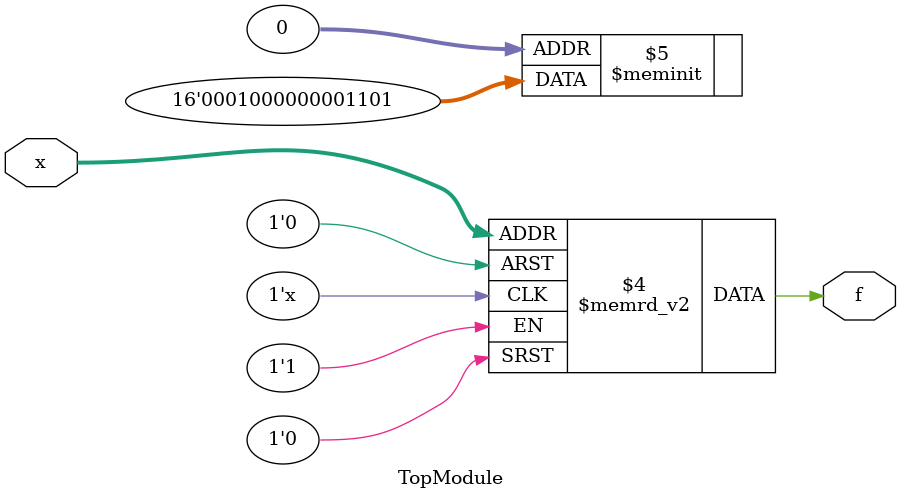
<source format=sv>

module TopModule (
    input [3:0] x,
    output reg f
);

always @* begin
    case(x)
        4'b0000: f = 1;
        4'b0001: f = 0;
        4'b0011: f = 1;
        4'b0010: f = 1;
        4'b1110: f = 0;
        4'b1111: f = 0;
        4'b1101: f = 0;
        4'b1100: f = 1;
        default: f = 0;
    endcase
end

endmodule
</source>
